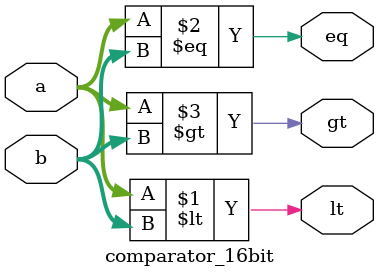
<source format=v>

module top_module (
    input [15:0] a,
    input [15:0] b,
    output lt,
    output eq,
    output gt,
    output [6:0] seg_a,
    output [6:0] seg_b
);

    wire [3:0] bcd_a;
    wire [3:0] bcd_b;
    bcd_to_7seg bcd_a_decoder(bcd_a, seg_a);
    bcd_to_7seg bcd_b_decoder(bcd_b, seg_b);
    comparator_16bit comparator(a, b, lt, eq, gt);

    assign {bcd_a, bcd_b} = {a,b};

endmodule

module bcd_to_7seg (
    input [3:0] BCD,
    output [6:0] SEG
);
    reg [6:0] SEG;
    always @*
    begin
        case (BCD)
            4'b0000: SEG = 7'b1000000; // 0
            4'b0001: SEG = 7'b1111001; // 1
            4'b0010: SEG = 7'b0100100; // 2
            4'b0011: SEG = 7'b0110000; // 3
            4'b0100: SEG = 7'b0011001; // 4
            4'b0101: SEG = 7'b0010010; // 5
            4'b0110: SEG = 7'b0000010; // 6
            4'b0111: SEG = 7'b1111000; // 7
            4'b1000: SEG = 7'b0000000; // 8
            4'b1001: SEG = 7'b0010000; // 9
            default: SEG = 7'b1111111; // Invalid input
        endcase
    end

endmodule

module comparator_16bit (
    input [15:0] a,
    input [15:0] b,
    output lt,
    output eq,
    output gt
);
    assign lt = (a < b);
    assign eq = (a == b);
    assign gt = (a > b);
endmodule

</source>
